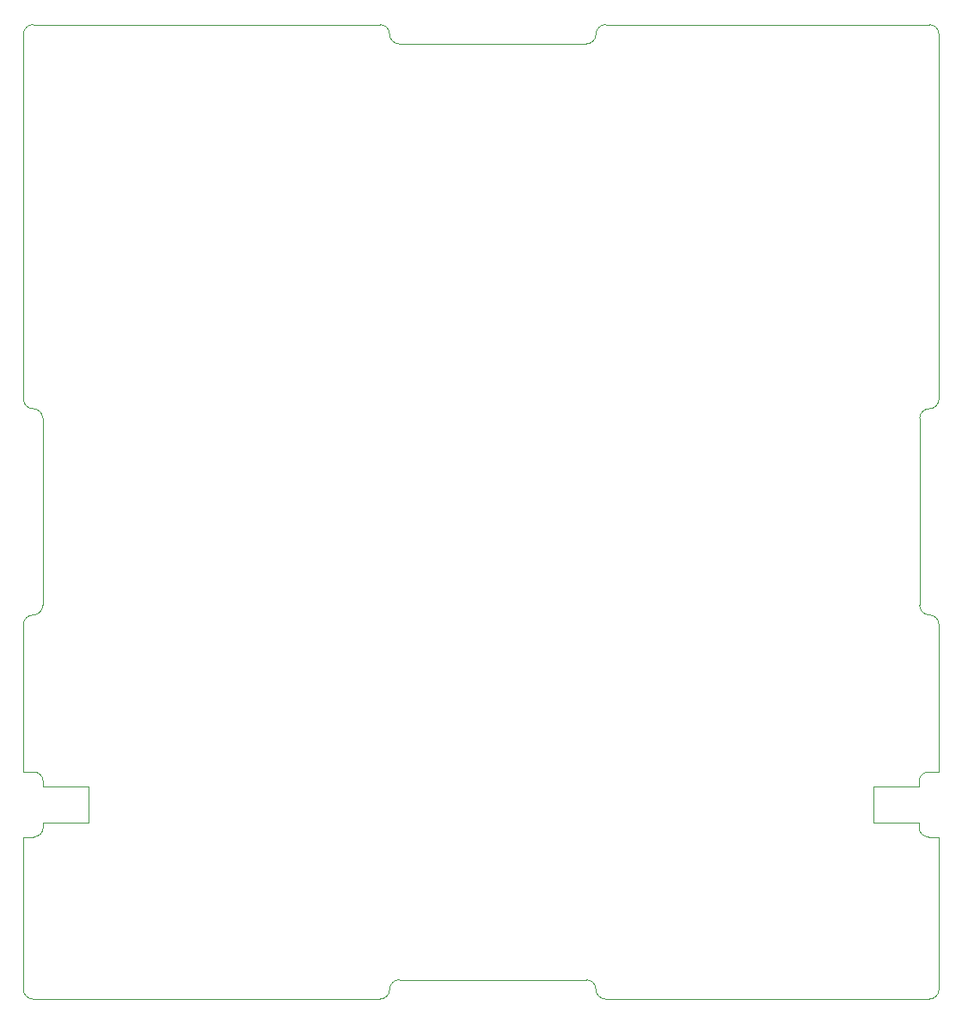
<source format=gm1>
G04 #@! TF.GenerationSoftware,KiCad,Pcbnew,7.0.0-da2b9df05c~171~ubuntu22.04.1*
G04 #@! TF.CreationDate,2023-04-06T22:28:54+03:00*
G04 #@! TF.ProjectId,satnogs-comms,7361746e-6f67-4732-9d63-6f6d6d732e6b,rev?*
G04 #@! TF.SameCoordinates,Original*
G04 #@! TF.FileFunction,Profile,NP*
%FSLAX46Y46*%
G04 Gerber Fmt 4.6, Leading zero omitted, Abs format (unit mm)*
G04 Created by KiCad (PCBNEW 7.0.0-da2b9df05c~171~ubuntu22.04.1) date 2023-04-06 22:28:54*
%MOMM*%
%LPD*%
G01*
G04 APERTURE LIST*
G04 #@! TA.AperFunction,Profile*
%ADD10C,0.100000*%
G04 #@! TD*
G04 APERTURE END LIST*
D10*
X83502500Y-99364800D02*
G75*
G03*
X82550000Y-100317300I0J-952500D01*
G01*
X83502500Y-99364800D02*
G75*
G03*
X84455000Y-98412300I0J952500D01*
G01*
X84455000Y-80022700D02*
G75*
G03*
X83502500Y-79070200I-952500J0D01*
G01*
X82550000Y-78117700D02*
G75*
G03*
X83502500Y-79070200I952500J0D01*
G01*
X83502500Y-41275000D02*
G75*
G03*
X82550000Y-42227500I0J-952500D01*
G01*
X172720000Y-42227500D02*
G75*
G03*
X171767500Y-41275000I-952500J0D01*
G01*
X171767500Y-137160000D02*
G75*
G03*
X172720000Y-136207500I0J952500D01*
G01*
X171767500Y-79070200D02*
G75*
G03*
X172720000Y-78117700I0J952500D01*
G01*
X172720000Y-100317300D02*
G75*
G03*
X171767500Y-99364800I-952500J0D01*
G01*
X170815000Y-80022700D02*
X170815000Y-98412300D01*
X172720000Y-42227500D02*
X172720000Y-78117700D01*
X171767500Y-79070200D02*
G75*
G03*
X170815000Y-80022700I0J-952500D01*
G01*
X117665500Y-137160000D02*
G75*
G03*
X118618000Y-136207500I0J952500D01*
G01*
X119570500Y-135255000D02*
G75*
G03*
X118618000Y-136207500I0J-952500D01*
G01*
X138938000Y-136207500D02*
G75*
G03*
X137985500Y-135255000I-952500J0D01*
G01*
X138938000Y-136207500D02*
G75*
G03*
X139890500Y-137160000I952500J0D01*
G01*
X83502500Y-137160000D02*
X117665500Y-137160000D01*
X119570500Y-135255000D02*
X137985500Y-135255000D01*
X139890500Y-137160000D02*
X171767500Y-137160000D01*
X118618000Y-42227500D02*
G75*
G03*
X117665500Y-41275000I-952500J0D01*
G01*
X83502500Y-41275000D02*
X117665500Y-41275000D01*
X139890500Y-41275000D02*
X171767500Y-41275000D01*
X139890500Y-41275000D02*
G75*
G03*
X138938000Y-42227500I0J-952500D01*
G01*
X118618000Y-42227500D02*
G75*
G03*
X119570500Y-43180000I952500J0D01*
G01*
X119570500Y-43180000D02*
X137985500Y-43180000D01*
X137985500Y-43180000D02*
G75*
G03*
X138938000Y-42227500I0J952500D01*
G01*
X170815000Y-98412300D02*
G75*
G03*
X171767500Y-99364800I952500J0D01*
G01*
X83550900Y-121208400D02*
G75*
G03*
X84503400Y-120255881I0J952500D01*
G01*
X83550900Y-114808419D02*
X82550000Y-114808000D01*
X84503400Y-120255881D02*
X84503400Y-119758400D01*
X171707500Y-114808400D02*
G75*
G03*
X170755000Y-115760919I0J-952500D01*
G01*
X170755000Y-120256300D02*
G75*
G03*
X171707500Y-121208800I952500J0D01*
G01*
X170755000Y-120256300D02*
X170755000Y-119758400D01*
X172720000Y-114808000D02*
X172720000Y-100317300D01*
X82550000Y-121208800D02*
X83550900Y-121208381D01*
X172720000Y-121208800D02*
X172720000Y-136207500D01*
X84503381Y-115760919D02*
G75*
G03*
X83550900Y-114808419I-952481J19D01*
G01*
X84503400Y-116258400D02*
X84503400Y-115760919D01*
X172720000Y-121208800D02*
X171707500Y-121208800D01*
X82550000Y-42227500D02*
X82550000Y-78117700D01*
X170755000Y-115760919D02*
X170755000Y-116258400D01*
X82550000Y-136207500D02*
G75*
G03*
X83502500Y-137160000I952500J0D01*
G01*
X82550000Y-121208800D02*
X82550000Y-136207500D01*
X172720000Y-114808000D02*
X171707500Y-114808419D01*
X84455000Y-80022700D02*
X84455000Y-98412300D01*
X82550000Y-114808000D02*
X82550000Y-100317300D01*
X170755000Y-116258400D02*
X166255000Y-116258400D01*
X166255000Y-119758400D02*
X170755000Y-119758400D01*
X166255000Y-116258400D02*
X166255000Y-119758400D01*
X84503400Y-119758400D02*
X89003400Y-119758400D01*
X89003400Y-116258400D02*
X84503400Y-116258400D01*
X89003400Y-119758400D02*
X89003400Y-116258400D01*
M02*

</source>
